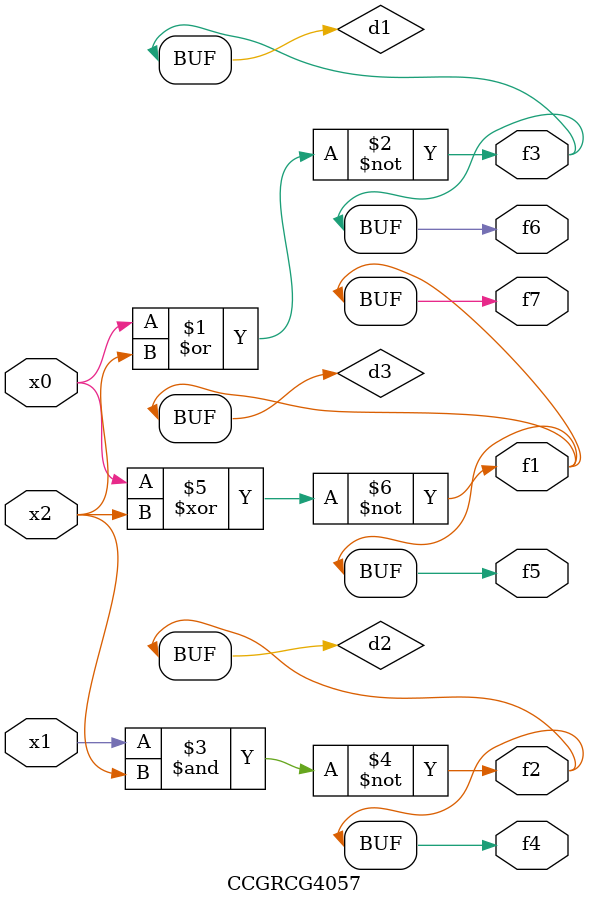
<source format=v>
module CCGRCG4057(
	input x0, x1, x2,
	output f1, f2, f3, f4, f5, f6, f7
);

	wire d1, d2, d3;

	nor (d1, x0, x2);
	nand (d2, x1, x2);
	xnor (d3, x0, x2);
	assign f1 = d3;
	assign f2 = d2;
	assign f3 = d1;
	assign f4 = d2;
	assign f5 = d3;
	assign f6 = d1;
	assign f7 = d3;
endmodule

</source>
